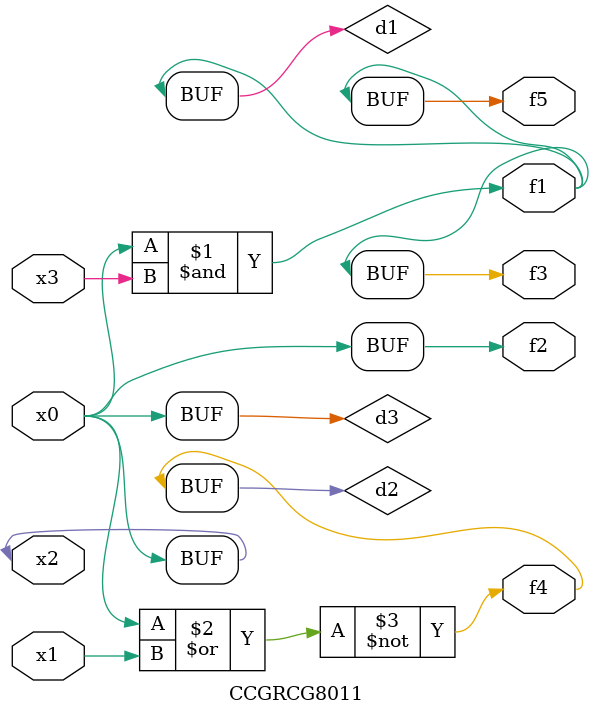
<source format=v>
module CCGRCG8011(
	input x0, x1, x2, x3,
	output f1, f2, f3, f4, f5
);

	wire d1, d2, d3;

	and (d1, x2, x3);
	nor (d2, x0, x1);
	buf (d3, x0, x2);
	assign f1 = d1;
	assign f2 = d3;
	assign f3 = d1;
	assign f4 = d2;
	assign f5 = d1;
endmodule

</source>
